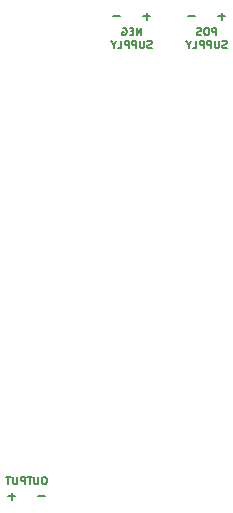
<source format=gbr>
G04 #@! TF.FileFunction,Legend,Bot*
%FSLAX46Y46*%
G04 Gerber Fmt 4.6, Leading zero omitted, Abs format (unit mm)*
G04 Created by KiCad (PCBNEW 4.0.5+dfsg1-4~bpo8+1) date Thu Apr 20 00:22:00 2017*
%MOMM*%
%LPD*%
G01*
G04 APERTURE LIST*
%ADD10C,0.100000*%
%ADD11C,0.152400*%
%ADD12C,0.127000*%
G04 APERTURE END LIST*
D10*
D11*
X111469715Y-76889429D02*
X112050286Y-76889429D01*
X108929715Y-76889429D02*
X109510286Y-76889429D01*
X109220000Y-77179714D02*
X109220000Y-76599143D01*
D12*
X112017024Y-75217262D02*
X111896072Y-75217262D01*
X111835596Y-75247500D01*
X111775119Y-75307976D01*
X111744881Y-75428929D01*
X111744881Y-75640595D01*
X111775119Y-75761548D01*
X111835596Y-75822024D01*
X111896072Y-75852262D01*
X112017024Y-75852262D01*
X112077500Y-75822024D01*
X112137977Y-75761548D01*
X112168215Y-75640595D01*
X112168215Y-75428929D01*
X112137977Y-75307976D01*
X112077500Y-75247500D01*
X112017024Y-75217262D01*
X111472739Y-75217262D02*
X111472739Y-75731310D01*
X111442500Y-75791786D01*
X111412262Y-75822024D01*
X111351786Y-75852262D01*
X111230834Y-75852262D01*
X111170358Y-75822024D01*
X111140119Y-75791786D01*
X111109881Y-75731310D01*
X111109881Y-75217262D01*
X110898215Y-75217262D02*
X110535358Y-75217262D01*
X110716786Y-75852262D02*
X110716786Y-75217262D01*
X110323691Y-75852262D02*
X110323691Y-75217262D01*
X110081786Y-75217262D01*
X110021310Y-75247500D01*
X109991071Y-75277738D01*
X109960833Y-75338214D01*
X109960833Y-75428929D01*
X109991071Y-75489405D01*
X110021310Y-75519643D01*
X110081786Y-75549881D01*
X110323691Y-75549881D01*
X109688691Y-75217262D02*
X109688691Y-75731310D01*
X109658452Y-75791786D01*
X109628214Y-75822024D01*
X109567738Y-75852262D01*
X109446786Y-75852262D01*
X109386310Y-75822024D01*
X109356071Y-75791786D01*
X109325833Y-75731310D01*
X109325833Y-75217262D01*
X109114167Y-75217262D02*
X108751310Y-75217262D01*
X108932738Y-75852262D02*
X108932738Y-75217262D01*
D11*
X124169715Y-36249429D02*
X124750286Y-36249429D01*
X126709715Y-36249429D02*
X127290286Y-36249429D01*
X127000000Y-36539714D02*
X127000000Y-35959143D01*
D12*
X126531310Y-37847512D02*
X126531310Y-37212512D01*
X126289405Y-37212512D01*
X126228929Y-37242750D01*
X126198690Y-37272988D01*
X126168452Y-37333464D01*
X126168452Y-37424179D01*
X126198690Y-37484655D01*
X126228929Y-37514893D01*
X126289405Y-37545131D01*
X126531310Y-37545131D01*
X125775357Y-37212512D02*
X125654405Y-37212512D01*
X125593929Y-37242750D01*
X125533452Y-37303226D01*
X125503214Y-37424179D01*
X125503214Y-37635845D01*
X125533452Y-37756798D01*
X125593929Y-37817274D01*
X125654405Y-37847512D01*
X125775357Y-37847512D01*
X125835833Y-37817274D01*
X125896310Y-37756798D01*
X125926548Y-37635845D01*
X125926548Y-37424179D01*
X125896310Y-37303226D01*
X125835833Y-37242750D01*
X125775357Y-37212512D01*
X125261310Y-37817274D02*
X125170595Y-37847512D01*
X125019405Y-37847512D01*
X124958929Y-37817274D01*
X124928691Y-37787036D01*
X124898452Y-37726560D01*
X124898452Y-37666083D01*
X124928691Y-37605607D01*
X124958929Y-37575369D01*
X125019405Y-37545131D01*
X125140357Y-37514893D01*
X125200833Y-37484655D01*
X125231072Y-37454417D01*
X125261310Y-37393940D01*
X125261310Y-37333464D01*
X125231072Y-37272988D01*
X125200833Y-37242750D01*
X125140357Y-37212512D01*
X124989167Y-37212512D01*
X124898452Y-37242750D01*
X127408215Y-38896774D02*
X127317500Y-38927012D01*
X127166310Y-38927012D01*
X127105834Y-38896774D01*
X127075596Y-38866536D01*
X127045357Y-38806060D01*
X127045357Y-38745583D01*
X127075596Y-38685107D01*
X127105834Y-38654869D01*
X127166310Y-38624631D01*
X127287262Y-38594393D01*
X127347738Y-38564155D01*
X127377977Y-38533917D01*
X127408215Y-38473440D01*
X127408215Y-38412964D01*
X127377977Y-38352488D01*
X127347738Y-38322250D01*
X127287262Y-38292012D01*
X127136072Y-38292012D01*
X127045357Y-38322250D01*
X126773215Y-38292012D02*
X126773215Y-38806060D01*
X126742976Y-38866536D01*
X126712738Y-38896774D01*
X126652262Y-38927012D01*
X126531310Y-38927012D01*
X126470834Y-38896774D01*
X126440595Y-38866536D01*
X126410357Y-38806060D01*
X126410357Y-38292012D01*
X126107977Y-38927012D02*
X126107977Y-38292012D01*
X125866072Y-38292012D01*
X125805596Y-38322250D01*
X125775357Y-38352488D01*
X125745119Y-38412964D01*
X125745119Y-38503679D01*
X125775357Y-38564155D01*
X125805596Y-38594393D01*
X125866072Y-38624631D01*
X126107977Y-38624631D01*
X125472977Y-38927012D02*
X125472977Y-38292012D01*
X125231072Y-38292012D01*
X125170596Y-38322250D01*
X125140357Y-38352488D01*
X125110119Y-38412964D01*
X125110119Y-38503679D01*
X125140357Y-38564155D01*
X125170596Y-38594393D01*
X125231072Y-38624631D01*
X125472977Y-38624631D01*
X124535596Y-38927012D02*
X124837977Y-38927012D01*
X124837977Y-38292012D01*
X124202976Y-38624631D02*
X124202976Y-38927012D01*
X124414643Y-38292012D02*
X124202976Y-38624631D01*
X123991309Y-38292012D01*
X120166191Y-37847512D02*
X120166191Y-37212512D01*
X119803333Y-37847512D01*
X119803333Y-37212512D01*
X119500953Y-37514893D02*
X119289286Y-37514893D01*
X119198572Y-37847512D02*
X119500953Y-37847512D01*
X119500953Y-37212512D01*
X119198572Y-37212512D01*
X118593809Y-37242750D02*
X118654286Y-37212512D01*
X118745000Y-37212512D01*
X118835714Y-37242750D01*
X118896190Y-37303226D01*
X118926429Y-37363702D01*
X118956667Y-37484655D01*
X118956667Y-37575369D01*
X118926429Y-37696321D01*
X118896190Y-37756798D01*
X118835714Y-37817274D01*
X118745000Y-37847512D01*
X118684524Y-37847512D01*
X118593809Y-37817274D01*
X118563571Y-37787036D01*
X118563571Y-37575369D01*
X118684524Y-37575369D01*
X121058215Y-38896774D02*
X120967500Y-38927012D01*
X120816310Y-38927012D01*
X120755834Y-38896774D01*
X120725596Y-38866536D01*
X120695357Y-38806060D01*
X120695357Y-38745583D01*
X120725596Y-38685107D01*
X120755834Y-38654869D01*
X120816310Y-38624631D01*
X120937262Y-38594393D01*
X120997738Y-38564155D01*
X121027977Y-38533917D01*
X121058215Y-38473440D01*
X121058215Y-38412964D01*
X121027977Y-38352488D01*
X120997738Y-38322250D01*
X120937262Y-38292012D01*
X120786072Y-38292012D01*
X120695357Y-38322250D01*
X120423215Y-38292012D02*
X120423215Y-38806060D01*
X120392976Y-38866536D01*
X120362738Y-38896774D01*
X120302262Y-38927012D01*
X120181310Y-38927012D01*
X120120834Y-38896774D01*
X120090595Y-38866536D01*
X120060357Y-38806060D01*
X120060357Y-38292012D01*
X119757977Y-38927012D02*
X119757977Y-38292012D01*
X119516072Y-38292012D01*
X119455596Y-38322250D01*
X119425357Y-38352488D01*
X119395119Y-38412964D01*
X119395119Y-38503679D01*
X119425357Y-38564155D01*
X119455596Y-38594393D01*
X119516072Y-38624631D01*
X119757977Y-38624631D01*
X119122977Y-38927012D02*
X119122977Y-38292012D01*
X118881072Y-38292012D01*
X118820596Y-38322250D01*
X118790357Y-38352488D01*
X118760119Y-38412964D01*
X118760119Y-38503679D01*
X118790357Y-38564155D01*
X118820596Y-38594393D01*
X118881072Y-38624631D01*
X119122977Y-38624631D01*
X118185596Y-38927012D02*
X118487977Y-38927012D01*
X118487977Y-38292012D01*
X117852976Y-38624631D02*
X117852976Y-38927012D01*
X118064643Y-38292012D02*
X117852976Y-38624631D01*
X117641309Y-38292012D01*
D11*
X120359715Y-36249429D02*
X120940286Y-36249429D01*
X120650000Y-36539714D02*
X120650000Y-35959143D01*
X117819715Y-36249429D02*
X118400286Y-36249429D01*
M02*

</source>
